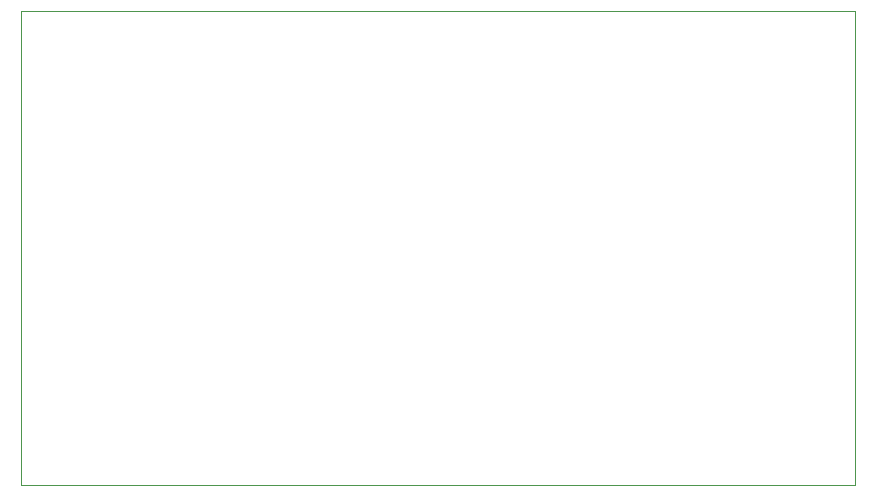
<source format=gbr>
G75*
G70*
%OFA0B0*%
%FSLAX24Y24*%
%IPPOS*%
%LPD*%
%AMOC8*
5,1,8,0,0,1.08239X$1,22.5*
%
%ADD10C,0.0000*%
D10*
X000321Y003494D02*
X000321Y019293D01*
X028119Y019293D01*
X028119Y003494D01*
X000321Y003494D01*
M02*

</source>
